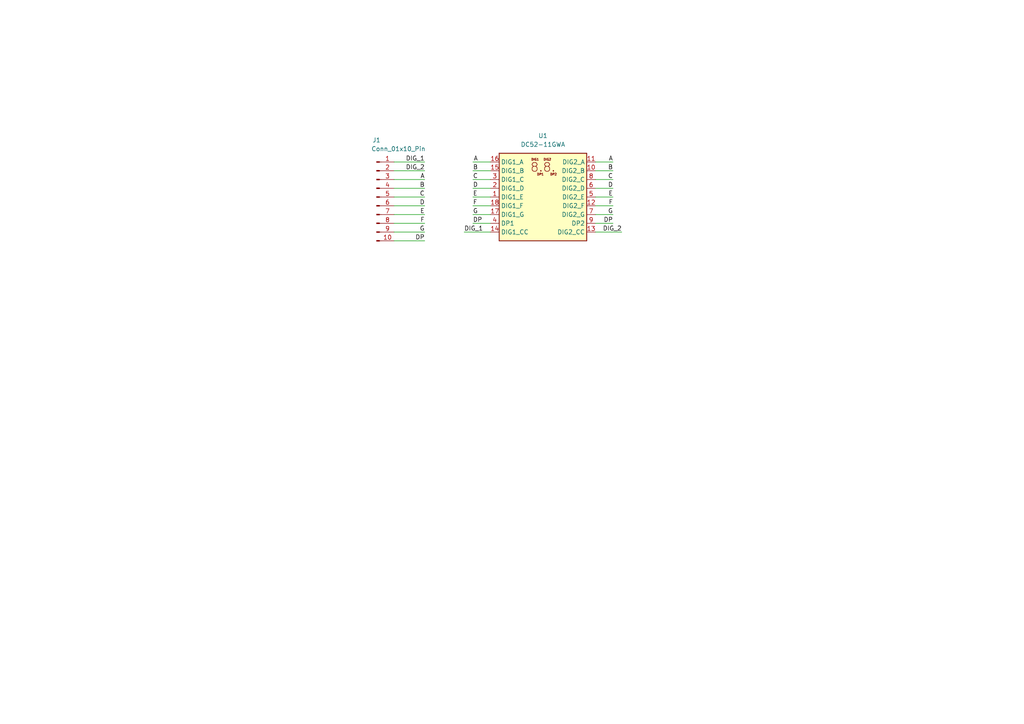
<source format=kicad_sch>
(kicad_sch (version 20230121) (generator eeschema)
  (paper "A4")
  (lib_symbols
    (symbol "Connector:Conn_01x10_Pin" (pin_names (offset 1.016) hide)
      (property "Reference" "J" (at 0 12.7 0))
      (property "Value" "Conn_01x10_Pin" (at 0 -15.24 0))
      (symbol "Conn_01x10_Pin_1_1"
        (polyline (pts (xy 1.27 -12.7) (xy 0.8636 -12.7)) (stroke (width 0.1524)))
        (polyline (pts (xy 1.27 -10.16) (xy 0.8636 -10.16)) (stroke (width 0.1524)))
        (polyline (pts (xy 1.27 -7.62) (xy 0.8636 -7.62)) (stroke (width 0.1524)))
        (polyline (pts (xy 1.27 -5.08) (xy 0.8636 -5.08)) (stroke (width 0.1524)))
        (polyline (pts (xy 1.27 -2.54) (xy 0.8636 -2.54)) (stroke (width 0.1524)))
        (polyline (pts (xy 1.27 0) (xy 0.8636 0)) (stroke (width 0.1524)))
        (polyline (pts (xy 1.27 2.54) (xy 0.8636 2.54)) (stroke (width 0.1524)))
        (polyline (pts (xy 1.27 5.08) (xy 0.8636 5.08)) (stroke (width 0.1524)))
        (polyline (pts (xy 1.27 7.62) (xy 0.8636 7.62)) (stroke (width 0.1524)))
        (polyline (pts (xy 1.27 10.16) (xy 0.8636 10.16)) (stroke (width 0.1524)))
        (rectangle (start 0.8636 -12.573) (end 0 -12.827) (stroke (width 0.1524)) (fill (type outline)))
        (rectangle (start 0.8636 -10.033) (end 0 -10.287) (stroke (width 0.1524)) (fill (type outline)))
        (rectangle (start 0.8636 -7.493) (end 0 -7.747) (stroke (width 0.1524)) (fill (type outline)))
        (rectangle (start 0.8636 -4.953) (end 0 -5.207) (stroke (width 0.1524)) (fill (type outline)))
        (rectangle (start 0.8636 -2.413) (end 0 -2.667) (stroke (width 0.1524)) (fill (type outline)))
        (rectangle (start 0.8636 0.127) (end 0 -0.127) (stroke (width 0.1524)) (fill (type outline)))
        (rectangle (start 0.8636 2.667) (end 0 2.413) (stroke (width 0.1524)) (fill (type outline)))
        (rectangle (start 0.8636 5.207) (end 0 4.953) (stroke (width 0.1524)) (fill (type outline)))
        (rectangle (start 0.8636 7.747) (end 0 7.493) (stroke (width 0.1524)) (fill (type outline)))
        (rectangle (start 0.8636 10.287) (end 0 10.033) (stroke (width 0.1524)) (fill (type outline)))
        (pin passive line (at 5.08 10.16 180) (length 3.81) (name "Pin_1") (number "1"))
        (pin passive line (at 5.08 -12.7 180) (length 3.81) (name "Pin_10") (number "10"))
        (pin passive line (at 5.08 7.62 180) (length 3.81) (name "Pin_2") (number "2"))
        (pin passive line (at 5.08 5.08 180) (length 3.81) (name "Pin_3") (number "3"))
        (pin passive line (at 5.08 2.54 180) (length 3.81) (name "Pin_4") (number "4"))
        (pin passive line (at 5.08 0 180) (length 3.81) (name "Pin_5") (number "5"))
        (pin passive line (at 5.08 -2.54 180) (length 3.81) (name "Pin_6") (number "6"))
        (pin passive line (at 5.08 -5.08 180) (length 3.81) (name "Pin_7") (number "7"))
        (pin passive line (at 5.08 -7.62 180) (length 3.81) (name "Pin_8") (number "8"))
        (pin passive line (at 5.08 -10.16 180) (length 3.81) (name "Pin_9") (number "9"))
      )
    )
    (symbol "HB-Custom-Parts:DC52-11GWA"
      (property "Reference" "U" (at -11.43 13.97 0))
      (property "Value" "DC52-11GWA" (at 12.065 13.97 0))
      (symbol "DC52-11GWA_0_0"
        (text "8.8." (at 0 8.636 0) (effects (font (size 2.54 2.54))))
        (text "DIG1" (at -2.286 10.922 0) (effects (font (size 0.635 0.635))))
        (text "DIG2" (at 1.27 10.922 0) (effects (font (size 0.635 0.635))))
        (text "DP1" (at -0.762 6.604 0) (effects (font (size 0.635 0.635))))
        (text "DP2" (at 3.048 6.604 0) (effects (font (size 0.635 0.635))))
      )
      (symbol "DC52-11GWA_0_1"
        (rectangle (start -12.7 12.7) (end 12.7 -12.7) (stroke (width 0.254)) (fill (type background)))
      )
      (symbol "DC52-11GWA_1_1"
        (pin input line (at -15.24 0 0) (length 2.54) (name "DIG1_E") (number "1"))
        (pin input line (at 15.24 7.62 180) (length 2.54) (name "DIG2_B") (number "10"))
        (pin input line (at 15.24 10.16 180) (length 2.54) (name "DIG2_A") (number "11"))
        (pin input line (at 15.24 -2.54 180) (length 2.54) (name "DIG2_F") (number "12"))
        (pin input line (at 15.24 -10.16 180) (length 2.54) (name "DIG2_CC") (number "13"))
        (pin input line (at -15.24 -10.16 0) (length 2.54) (name "DIG1_CC") (number "14"))
        (pin input line (at -15.24 7.62 0) (length 2.54) (name "DIG1_B") (number "15"))
        (pin input line (at -15.24 10.16 0) (length 2.54) (name "DIG1_A") (number "16"))
        (pin input line (at -15.24 -5.08 0) (length 2.54) (name "DIG1_G") (number "17"))
        (pin input line (at -15.24 -2.54 0) (length 2.54) (name "DIG1_F") (number "18"))
        (pin input line (at -15.24 2.54 0) (length 2.54) (name "DIG1_D") (number "2"))
        (pin input line (at -15.24 5.08 0) (length 2.54) (name "DIG1_C") (number "3"))
        (pin input line (at -15.24 -7.62 0) (length 2.54) (name "DP1") (number "4"))
        (pin input line (at 15.24 0 180) (length 2.54) (name "DIG2_E") (number "5"))
        (pin input line (at 15.24 2.54 180) (length 2.54) (name "DIG2_D") (number "6"))
        (pin input line (at 15.24 -5.08 180) (length 2.54) (name "DIG2_G") (number "7"))
        (pin input line (at 15.24 5.08 180) (length 2.54) (name "DIG2_C") (number "8"))
        (pin input line (at 15.24 -7.62 180) (length 2.54) (name "DP2") (number "9"))
      )
    )
  )
  (wire (pts (xy 137.16 46.99) (xy 142.24 46.99)))
  (wire (pts (xy 114.3 52.07) (xy 123.19 52.07)))
  (wire (pts (xy 172.72 57.15) (xy 177.8 57.15)))
  (wire (pts (xy 114.3 57.15) (xy 123.19 57.15)))
  (wire (pts (xy 114.3 67.31) (xy 123.19 67.31)))
  (wire (pts (xy 137.16 54.61) (xy 142.24 54.61)))
  (wire (pts (xy 137.16 57.15) (xy 142.24 57.15)))
  (wire (pts (xy 172.72 52.07) (xy 177.8 52.07)))
  (wire (pts (xy 114.3 49.53) (xy 123.19 49.53)))
  (wire (pts (xy 137.16 49.53) (xy 142.24 49.53)))
  (wire (pts (xy 114.3 46.99) (xy 123.19 46.99)))
  (wire (pts (xy 172.72 67.31) (xy 180.34 67.31)))
  (wire (pts (xy 137.16 59.69) (xy 142.24 59.69)))
  (wire (pts (xy 172.72 49.53) (xy 177.8 49.53)))
  (wire (pts (xy 134.62 67.31) (xy 142.24 67.31)))
  (wire (pts (xy 114.3 62.23) (xy 123.19 62.23)))
  (wire (pts (xy 172.72 46.99) (xy 177.8 46.99)))
  (wire (pts (xy 114.3 64.77) (xy 123.19 64.77)))
  (wire (pts (xy 114.3 69.85) (xy 123.19 69.85)))
  (wire (pts (xy 137.16 52.07) (xy 142.24 52.07)))
  (wire (pts (xy 172.72 64.77) (xy 177.8 64.77)))
  (wire (pts (xy 137.16 62.23) (xy 142.24 62.23)))
  (wire (pts (xy 172.72 59.69) (xy 177.8 59.69)))
  (wire (pts (xy 114.3 59.69) (xy 123.19 59.69)))
  (wire (pts (xy 137.16 64.77) (xy 142.24 64.77)))
  (wire (pts (xy 172.72 62.23) (xy 177.8 62.23)))
  (wire (pts (xy 172.72 54.61) (xy 177.8 54.61)))
  (wire (pts (xy 114.3 54.61) (xy 123.19 54.61)))
  (label "F" (at 123.19 64.77 180))
  (label "G" (at 123.19 67.31 180))
  (label "DIG_1" (at 123.19 46.99 180))
  (label "G" (at 177.8 62.23 180))
  (label "E" (at 177.8 57.15 180))
  (label "F" (at 177.8 59.69 180))
  (label "DIG_2" (at 123.19 49.53 180))
  (label "F" (at 137.16 59.69 0))
  (label "E" (at 137.16 57.15 0))
  (label "B" (at 177.8 49.53 180))
  (label "G" (at 137.16 62.23 0))
  (label "E" (at 123.19 62.23 180))
  (label "DIG_2" (at 180.34 67.31 180))
  (label "C" (at 137.16 52.07 0))
  (label "DIG_1" (at 134.62 67.31 0))
  (label "A" (at 177.8 46.99 180))
  (label "A" (at 123.19 52.07 180))
  (label "DP" (at 123.19 69.85 180))
  (label "C" (at 123.19 57.15 180))
  (label "B" (at 123.19 54.61 180))
  (label "D" (at 137.16 54.61 0))
  (label "B" (at 137.16 49.53 0))
  (label "D" (at 123.19 59.69 180))
  (label "C" (at 177.8 52.07 180))
  (label "DP" (at 137.16 64.77 0))
  (label "DP" (at 177.8 64.77 180))
  (label "A" (at 137.3459 46.99 0))
  (label "D" (at 177.8 54.61 180))
  (symbol (lib_id "HB-Custom-Parts:DC52-11GWA") (at 157.48 57.15 0) (unit 1)
    (property "Reference" "U1" (at 157.48 39.37 0))
    (property "Value" "DC52-11GWA" (at 157.48 41.91 0))
    (property "Footprint" "HB-Custom-Parts:DC52-11GWA" (effects hide))
    (property "Datasheet" "https://media.distrelec.com/Web/Downloads/12/63/tk661256-661263.pdf" (effects hide))
  )
  (symbol (lib_id "Connector:Conn_01x10_Pin") (at 109.22 57.15 0) (unit 1)
    (property "Reference" "J1" (at 109.22 40.64 0))
    (property "Value" "Conn_01x10_Pin" (at 115.57 43.18 0))
    (property "Footprint" "Connector_PinHeader_2.54mm:PinHeader_1x10_P2.54mm_Vertical" (effects hide))
  )
)
</source>
